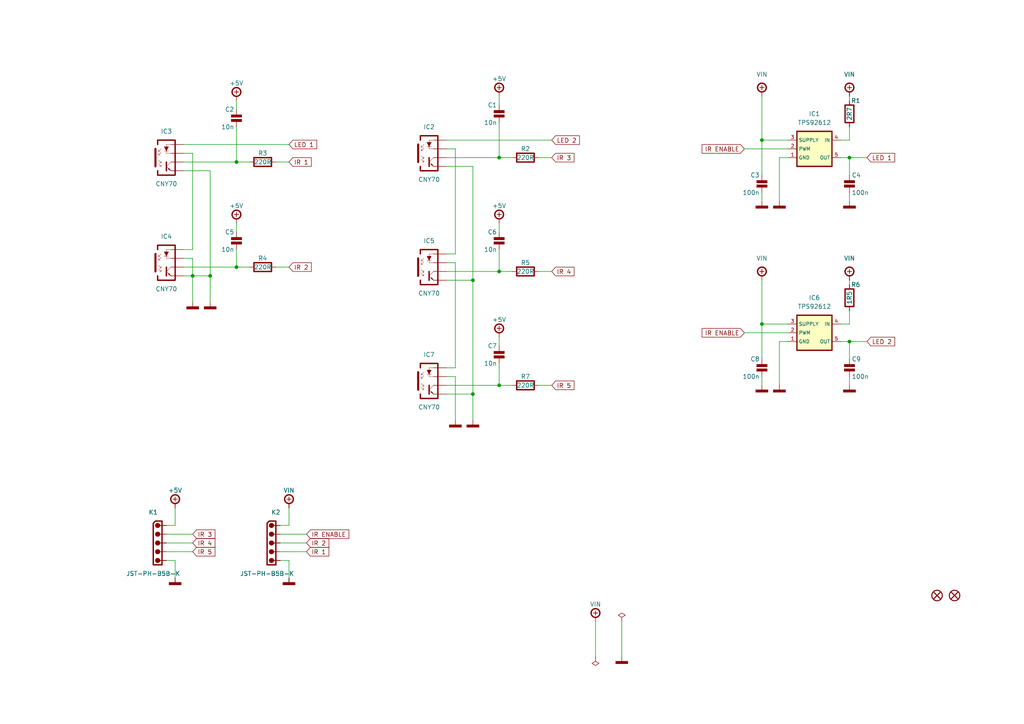
<source format=kicad_sch>
(kicad_sch (version 20210126) (generator eeschema)
  (paper "A4")
  (title_block (title "IR Line Follower") (date "01/2021") (rev "A") (comment 1 "TBOT - IR Line Follower"))
  (lib_symbols
    (symbol "power:PWR_FLAG" (power) (pin_numbers hide) (pin_names (offset 0) hide)
      (property "Value" "PWR_FLAG" (at 0 3.81 0))
      (symbol "PWR_FLAG_0_0"
        (pin power_out line (at 0 0 90) (length 0) (name "pwr") (number "1"))
      )
      (symbol "PWR_FLAG_0_1"
        (polyline (pts (xy 0 0) (xy 0 1.27) (xy -1.016 1.905) (xy 0 2.54) (xy 1.016 1.905) (xy 0 1.27)))
      )
    )
    (symbol "tronixALL:+5V" (power) (pin_numbers hide) (pin_names (offset 0) hide)
      (property "Value" "+5V" (at 0 5.08 0))
      (symbol "+5V_0_1"
        (circle (center 0 2.54) (radius 1.27) (stroke (width 0.4)))
        (polyline (pts (xy 0 1.905) (xy 0 3.175)) (stroke (width 0.2)))
        (polyline (pts (xy -0.635 2.54) (xy 0.635 2.54)) (stroke (width 0.2)))
      )
      (symbol "+5V_1_1"
        (pin power_in line (at 0 0 90) (length 1.27) (name "+5V") (number "1"))
      )
    )
    (symbol "tronixALL:C" (pin_numbers hide) (pin_names (offset 0) hide)
      (property "Reference" "C" (at 0.635 2.54 0))
      (property "Value" "C" (at 0.635 -2.54 0))
      (symbol "C_0_1"
        (rectangle (start -1.524 -0.254) (end 1.524 -1.016) (stroke (width 0.001)) (fill (type outline)))
        (rectangle (start -1.524 1.016) (end 1.524 0.254) (stroke (width 0.001)) (fill (type outline)))
      )
      (symbol "C_1_1"
        (pin passive line (at 0 2.54 270) (length 1.905) (name "~") (number "1"))
        (pin passive line (at 0 -2.54 90) (length 1.905) (name "~") (number "2"))
      )
    )
    (symbol "tronixALL:GND" (power) (pin_numbers hide) (pin_names (offset 0) hide)
      (property "Value" "GND" (at 0 -3.81 0))
      (symbol "GND_0_1"
        (rectangle (start -1.778 -2.032) (end 1.778 -1.27) (stroke (width 0.001)) (fill (type outline)))
      )
      (symbol "GND_1_1"
        (pin power_in line (at 0 0 270) (length 1.27) (name "GND") (number "1"))
      )
    )
    (symbol "tronixALL:JST-PH-B5B-K" (pin_numbers hide) (pin_names (offset 0) hide)
      (property "Reference" "K" (at 0 2.54 0))
      (property "Value" "JST-PH-B5B-K" (at 0 -12.7 0))
      (symbol "JST-PH-B5B-K_0_1"
        (circle (center 0 0) (radius 0.635) (stroke (width 0.2)) (fill (type outline)))
        (circle (center 0 -2.54) (radius 0.635) (stroke (width 0.2)) (fill (type outline)))
        (circle (center 0 -5.08) (radius 0.635) (stroke (width 0.2)) (fill (type outline)))
        (circle (center 0 -7.62) (radius 0.635) (stroke (width 0.2)) (fill (type outline)))
        (circle (center 0 -10.16) (radius 0.635) (stroke (width 0.2)) (fill (type outline)))
        (polyline (pts (xy -1.27 -11.43) (xy 1.27 -11.43) (xy 1.27 0.635) (xy 0.635 1.27) (xy -1.27 1.27) (xy -1.27 -11.43)) (stroke (width 0.4)))
      )
      (symbol "JST-PH-B5B-K_1_1"
        (pin passive line (at -2.54 0 0) (length 1.905) (name "1") (number "1"))
        (pin passive line (at -2.54 -2.54 0) (length 1.905) (name "2") (number "2"))
        (pin passive line (at -2.54 -5.08 0) (length 1.905) (name "3") (number "3"))
        (pin passive line (at -2.54 -7.62 0) (length 1.905) (name "4") (number "4"))
        (pin passive line (at -2.54 -10.16 0) (length 1.905) (name "5") (number "5"))
      )
    )
    (symbol "tronixALL:MOUNTING-HOLE-MASK-3MM" (pin_numbers hide) (pin_names (offset 0) hide) (in_bom no)
      (symbol "MOUNTING-HOLE-MASK-3MM_0_1"
        (circle (center 0 0) (radius 1.524) (stroke (width 0.3)))
        (polyline (pts (xy -1.016 -1.016) (xy 1.016 1.016)) (stroke (width 0.3)))
        (polyline (pts (xy 1.016 -1.016) (xy -1.016 1.016)) (stroke (width 0.3)))
      )
    )
    (symbol "tronixALL:R" (pin_numbers hide) (pin_names (offset 0) hide)
      (property "Reference" "R" (at 2.54 0 90))
      (property "Value" "R" (at 0 0 90))
      (symbol "R_0_1"
        (rectangle (start -1.27 -2.54) (end 1.27 2.54) (stroke (width 0.4)))
      )
      (symbol "R_1_1"
        (pin passive line (at 0 3.81 270) (length 1.27) (name "~") (number "1"))
        (pin passive line (at 0 -3.81 90) (length 1.27) (name "~") (number "2"))
      )
    )
    (symbol "tronixALL:TPS92612" (pin_names (offset 0.5))
      (property "Reference" "IC" (at 0 7.62 0))
      (property "Value" "TPS92612" (at 0 -7.62 0))
      (symbol "TPS92612_0_1"
        (rectangle (start -5.08 5.08) (end 5.08 -5.08) (stroke (width 0.4)) (fill (type background)))
      )
      (symbol "TPS92612_1_1"
        (pin power_in line (at -7.62 2.54 0) (length 2.54) (name "SUPPLY") (number "3"))
        (pin power_in line (at -7.62 -2.54 0) (length 2.54) (name "GND") (number "1"))
        (pin output line (at 7.62 -2.54 180) (length 2.54) (name "OUT") (number "5"))
        (pin input line (at -7.62 0 0) (length 2.54) (name "PWM") (number "2"))
        (pin passive line (at 7.62 2.54 180) (length 2.54) (name "IN") (number "4"))
      )
    )
    (symbol "tronixALL:VIN" (power) (pin_numbers hide) (pin_names (offset 0) hide)
      (property "Value" "VIN" (at 0 5.08 0))
      (symbol "VIN_0_1"
        (circle (center 0 2.54) (radius 1.27) (stroke (width 0.4)))
        (polyline (pts (xy 0 1.905) (xy 0 3.175)) (stroke (width 0.2)))
        (polyline (pts (xy -0.635 2.54) (xy 0.635 2.54)) (stroke (width 0.2)))
      )
      (symbol "VIN_1_1"
        (pin power_in line (at 0 0 90) (length 1.27) (name "VIN") (number "1"))
      )
    )
    (symbol "tronixALL:VISHAY-CNY70" (pin_numbers hide) (pin_names (offset 0) hide)
      (property "Reference" "IC" (at 0 7.62 0))
      (property "Value" "VISHAY-CNY70" (at 0 -7.62 0))
      (symbol "VISHAY-CNY70_0_1"
        (polyline (pts (xy 1.27 3.81) (xy 0 3.81) (xy 0 1.27) (xy 1.27 1.27)) (stroke (width 0.0006)))
        (polyline (pts (xy -0.635 3.175) (xy 0.635 3.175) (xy 0 1.905) (xy -0.635 3.175)) (stroke (width 0.001)) (fill (type outline)))
        (polyline (pts (xy -0.635 1.905) (xy 0.635 1.905)) (stroke (width 0.0006)))
        (polyline (pts (xy 1.27 -1.27) (xy 0 -2.54) (xy 1.27 -3.81)) (stroke (width 0.0006)))
        (polyline (pts (xy 0 -1.27) (xy 0 -3.81)) (stroke (width 0.4)))
        (polyline (pts (xy 1.27 -3.81) (xy 0.762 -3.048) (xy 0.508 -3.302) (xy 1.27 -3.81)) (stroke (width 0.001)) (fill (type outline)))
        (polyline (pts (xy -1.524 -2.54) (xy -2.032 -2.54)) (stroke (width 0.0006)))
        (polyline (pts (xy -1.524 -2.54) (xy -1.524 -2.032)) (stroke (width 0.0006)))
        (polyline (pts (xy -1.524 -1.524) (xy -1.524 -1.016)) (stroke (width 0.0006)))
        (polyline (pts (xy -2.286 -0.762) (xy -1.524 -1.524) (xy -2.032 -1.524)) (stroke (width 0.0006)))
        (polyline (pts (xy -1.524 -2.54) (xy -2.286 -1.778)) (stroke (width 0.0006)))
        (polyline (pts (xy -2.54 -3.81) (xy -2.54 -5.08) (xy 2.54 -5.08) (xy 2.54 5.08) (xy -2.54 5.08) (xy -2.54 3.81)) (stroke (width 0.4)))
        (polyline (pts (xy -3.175 2.54) (xy -3.175 -2.54)) (stroke (width 0.6)))
        (polyline (pts (xy -2.286 2.286) (xy -2.286 1.778) (xy -1.778 1.778)) (stroke (width 0.0006)))
        (polyline (pts (xy -2.286 1.778) (xy -1.524 2.54)) (stroke (width 0.0006)))
        (polyline (pts (xy -2.286 0.762) (xy -1.524 1.524)) (stroke (width 0.0006)))
        (polyline (pts (xy -2.286 1.27) (xy -2.286 0.762) (xy -1.778 0.762)) (stroke (width 0.0006)))
      )
      (symbol "VISHAY-CNY70_1_1"
        (pin passive line (at 5.08 3.81 180) (length 3.81) (name "A") (number "4"))
        (pin passive line (at 5.08 1.27 180) (length 3.81) (name "K") (number "1"))
        (pin open_collector line (at 5.08 -1.27 180) (length 3.81) (name "C") (number "2"))
        (pin open_emitter line (at 5.08 -3.81 180) (length 3.81) (name "E") (number "3"))
      )
    )
    (symbol "tronixALL:VISHAY-CNY70_1" (pin_numbers hide) (pin_names (offset 0) hide)
      (property "Reference" "IC" (at 0 7.62 0))
      (property "Value" "VISHAY-CNY70" (at 0 -7.62 0))
      (symbol "VISHAY-CNY70_1_0_1"
        (polyline (pts (xy 1.27 3.81) (xy 0 3.81) (xy 0 1.27) (xy 1.27 1.27)) (stroke (width 0.0006)))
        (polyline (pts (xy -0.635 3.175) (xy 0.635 3.175) (xy 0 1.905) (xy -0.635 3.175)) (stroke (width 0.001)) (fill (type outline)))
        (polyline (pts (xy -0.635 1.905) (xy 0.635 1.905)) (stroke (width 0.0006)))
        (polyline (pts (xy 1.27 -1.27) (xy 0 -2.54) (xy 1.27 -3.81)) (stroke (width 0.0006)))
        (polyline (pts (xy 0 -1.27) (xy 0 -3.81)) (stroke (width 0.4)))
        (polyline (pts (xy 1.27 -3.81) (xy 0.762 -3.048) (xy 0.508 -3.302) (xy 1.27 -3.81)) (stroke (width 0.001)) (fill (type outline)))
        (polyline (pts (xy -1.524 -2.54) (xy -2.032 -2.54)) (stroke (width 0.0006)))
        (polyline (pts (xy -1.524 -2.54) (xy -1.524 -2.032)) (stroke (width 0.0006)))
        (polyline (pts (xy -1.524 -1.524) (xy -1.524 -1.016)) (stroke (width 0.0006)))
        (polyline (pts (xy -2.286 -0.762) (xy -1.524 -1.524) (xy -2.032 -1.524)) (stroke (width 0.0006)))
        (polyline (pts (xy -1.524 -2.54) (xy -2.286 -1.778)) (stroke (width 0.0006)))
        (polyline (pts (xy -2.54 -3.81) (xy -2.54 -5.08) (xy 2.54 -5.08) (xy 2.54 5.08) (xy -2.54 5.08) (xy -2.54 3.81)) (stroke (width 0.4)))
        (polyline (pts (xy -3.175 2.54) (xy -3.175 -2.54)) (stroke (width 0.6)))
        (polyline (pts (xy -2.286 2.286) (xy -2.286 1.778) (xy -1.778 1.778)) (stroke (width 0.0006)))
        (polyline (pts (xy -2.286 1.778) (xy -1.524 2.54)) (stroke (width 0.0006)))
        (polyline (pts (xy -2.286 0.762) (xy -1.524 1.524)) (stroke (width 0.0006)))
        (polyline (pts (xy -2.286 1.27) (xy -2.286 0.762) (xy -1.778 0.762)) (stroke (width 0.0006)))
      )
      (symbol "VISHAY-CNY70_1_1_1"
        (pin passive line (at 5.08 3.81 180) (length 3.81) (name "A") (number "4"))
        (pin passive line (at 5.08 1.27 180) (length 3.81) (name "K") (number "1"))
        (pin open_collector line (at 5.08 -1.27 180) (length 3.81) (name "C") (number "2"))
        (pin open_emitter line (at 5.08 -3.81 180) (length 3.81) (name "E") (number "3"))
      )
    )
    (symbol "tronixALL:VISHAY-CNY70_2" (pin_numbers hide) (pin_names (offset 0) hide)
      (property "Reference" "IC" (at 0 7.62 0))
      (property "Value" "VISHAY-CNY70" (at 0 -7.62 0))
      (symbol "VISHAY-CNY70_2_0_1"
        (polyline (pts (xy 1.27 3.81) (xy 0 3.81) (xy 0 1.27) (xy 1.27 1.27)) (stroke (width 0.0006)))
        (polyline (pts (xy -0.635 3.175) (xy 0.635 3.175) (xy 0 1.905) (xy -0.635 3.175)) (stroke (width 0.001)) (fill (type outline)))
        (polyline (pts (xy -0.635 1.905) (xy 0.635 1.905)) (stroke (width 0.0006)))
        (polyline (pts (xy 1.27 -1.27) (xy 0 -2.54) (xy 1.27 -3.81)) (stroke (width 0.0006)))
        (polyline (pts (xy 0 -1.27) (xy 0 -3.81)) (stroke (width 0.4)))
        (polyline (pts (xy 1.27 -3.81) (xy 0.762 -3.048) (xy 0.508 -3.302) (xy 1.27 -3.81)) (stroke (width 0.001)) (fill (type outline)))
        (polyline (pts (xy -1.524 -2.54) (xy -2.032 -2.54)) (stroke (width 0.0006)))
        (polyline (pts (xy -1.524 -2.54) (xy -1.524 -2.032)) (stroke (width 0.0006)))
        (polyline (pts (xy -1.524 -1.524) (xy -1.524 -1.016)) (stroke (width 0.0006)))
        (polyline (pts (xy -2.286 -0.762) (xy -1.524 -1.524) (xy -2.032 -1.524)) (stroke (width 0.0006)))
        (polyline (pts (xy -1.524 -2.54) (xy -2.286 -1.778)) (stroke (width 0.0006)))
        (polyline (pts (xy -2.54 -3.81) (xy -2.54 -5.08) (xy 2.54 -5.08) (xy 2.54 5.08) (xy -2.54 5.08) (xy -2.54 3.81)) (stroke (width 0.4)))
        (polyline (pts (xy -3.175 2.54) (xy -3.175 -2.54)) (stroke (width 0.6)))
        (polyline (pts (xy -2.286 2.286) (xy -2.286 1.778) (xy -1.778 1.778)) (stroke (width 0.0006)))
        (polyline (pts (xy -2.286 1.778) (xy -1.524 2.54)) (stroke (width 0.0006)))
        (polyline (pts (xy -2.286 0.762) (xy -1.524 1.524)) (stroke (width 0.0006)))
        (polyline (pts (xy -2.286 1.27) (xy -2.286 0.762) (xy -1.778 0.762)) (stroke (width 0.0006)))
      )
      (symbol "VISHAY-CNY70_2_1_1"
        (pin passive line (at 5.08 3.81 180) (length 3.81) (name "A") (number "4"))
        (pin passive line (at 5.08 1.27 180) (length 3.81) (name "K") (number "1"))
        (pin open_collector line (at 5.08 -1.27 180) (length 3.81) (name "C") (number "2"))
        (pin open_emitter line (at 5.08 -3.81 180) (length 3.81) (name "E") (number "3"))
      )
    )
    (symbol "tronixALL:VISHAY-CNY70_3" (pin_numbers hide) (pin_names (offset 0) hide)
      (property "Reference" "IC" (at 0 7.62 0))
      (property "Value" "VISHAY-CNY70" (at 0 -7.62 0))
      (symbol "VISHAY-CNY70_3_0_1"
        (polyline (pts (xy 1.27 3.81) (xy 0 3.81) (xy 0 1.27) (xy 1.27 1.27)) (stroke (width 0.0006)))
        (polyline (pts (xy -0.635 3.175) (xy 0.635 3.175) (xy 0 1.905) (xy -0.635 3.175)) (stroke (width 0.001)) (fill (type outline)))
        (polyline (pts (xy -0.635 1.905) (xy 0.635 1.905)) (stroke (width 0.0006)))
        (polyline (pts (xy 1.27 -1.27) (xy 0 -2.54) (xy 1.27 -3.81)) (stroke (width 0.0006)))
        (polyline (pts (xy 0 -1.27) (xy 0 -3.81)) (stroke (width 0.4)))
        (polyline (pts (xy 1.27 -3.81) (xy 0.762 -3.048) (xy 0.508 -3.302) (xy 1.27 -3.81)) (stroke (width 0.001)) (fill (type outline)))
        (polyline (pts (xy -1.524 -2.54) (xy -2.032 -2.54)) (stroke (width 0.0006)))
        (polyline (pts (xy -1.524 -2.54) (xy -1.524 -2.032)) (stroke (width 0.0006)))
        (polyline (pts (xy -1.524 -1.524) (xy -1.524 -1.016)) (stroke (width 0.0006)))
        (polyline (pts (xy -2.286 -0.762) (xy -1.524 -1.524) (xy -2.032 -1.524)) (stroke (width 0.0006)))
        (polyline (pts (xy -1.524 -2.54) (xy -2.286 -1.778)) (stroke (width 0.0006)))
        (polyline (pts (xy -2.54 -3.81) (xy -2.54 -5.08) (xy 2.54 -5.08) (xy 2.54 5.08) (xy -2.54 5.08) (xy -2.54 3.81)) (stroke (width 0.4)))
        (polyline (pts (xy -3.175 2.54) (xy -3.175 -2.54)) (stroke (width 0.6)))
        (polyline (pts (xy -2.286 2.286) (xy -2.286 1.778) (xy -1.778 1.778)) (stroke (width 0.0006)))
        (polyline (pts (xy -2.286 1.778) (xy -1.524 2.54)) (stroke (width 0.0006)))
        (polyline (pts (xy -2.286 0.762) (xy -1.524 1.524)) (stroke (width 0.0006)))
        (polyline (pts (xy -2.286 1.27) (xy -2.286 0.762) (xy -1.778 0.762)) (stroke (width 0.0006)))
      )
      (symbol "VISHAY-CNY70_3_1_1"
        (pin passive line (at 5.08 3.81 180) (length 3.81) (name "A") (number "4"))
        (pin passive line (at 5.08 1.27 180) (length 3.81) (name "K") (number "1"))
        (pin open_collector line (at 5.08 -1.27 180) (length 3.81) (name "C") (number "2"))
        (pin open_emitter line (at 5.08 -3.81 180) (length 3.81) (name "E") (number "3"))
      )
    )
    (symbol "tronixALL:VISHAY-CNY70_4" (pin_numbers hide) (pin_names (offset 0) hide)
      (property "Reference" "IC" (at 0 7.62 0))
      (property "Value" "VISHAY-CNY70" (at 0 -7.62 0))
      (symbol "VISHAY-CNY70_4_0_1"
        (polyline (pts (xy 1.27 3.81) (xy 0 3.81) (xy 0 1.27) (xy 1.27 1.27)) (stroke (width 0.0006)))
        (polyline (pts (xy -0.635 3.175) (xy 0.635 3.175) (xy 0 1.905) (xy -0.635 3.175)) (stroke (width 0.001)) (fill (type outline)))
        (polyline (pts (xy -0.635 1.905) (xy 0.635 1.905)) (stroke (width 0.0006)))
        (polyline (pts (xy 1.27 -1.27) (xy 0 -2.54) (xy 1.27 -3.81)) (stroke (width 0.0006)))
        (polyline (pts (xy 0 -1.27) (xy 0 -3.81)) (stroke (width 0.4)))
        (polyline (pts (xy 1.27 -3.81) (xy 0.762 -3.048) (xy 0.508 -3.302) (xy 1.27 -3.81)) (stroke (width 0.001)) (fill (type outline)))
        (polyline (pts (xy -1.524 -2.54) (xy -2.032 -2.54)) (stroke (width 0.0006)))
        (polyline (pts (xy -1.524 -2.54) (xy -1.524 -2.032)) (stroke (width 0.0006)))
        (polyline (pts (xy -1.524 -1.524) (xy -1.524 -1.016)) (stroke (width 0.0006)))
        (polyline (pts (xy -2.286 -0.762) (xy -1.524 -1.524) (xy -2.032 -1.524)) (stroke (width 0.0006)))
        (polyline (pts (xy -1.524 -2.54) (xy -2.286 -1.778)) (stroke (width 0.0006)))
        (polyline (pts (xy -2.54 -3.81) (xy -2.54 -5.08) (xy 2.54 -5.08) (xy 2.54 5.08) (xy -2.54 5.08) (xy -2.54 3.81)) (stroke (width 0.4)))
        (polyline (pts (xy -3.175 2.54) (xy -3.175 -2.54)) (stroke (width 0.6)))
        (polyline (pts (xy -2.286 2.286) (xy -2.286 1.778) (xy -1.778 1.778)) (stroke (width 0.0006)))
        (polyline (pts (xy -2.286 1.778) (xy -1.524 2.54)) (stroke (width 0.0006)))
        (polyline (pts (xy -2.286 0.762) (xy -1.524 1.524)) (stroke (width 0.0006)))
        (polyline (pts (xy -2.286 1.27) (xy -2.286 0.762) (xy -1.778 0.762)) (stroke (width 0.0006)))
      )
      (symbol "VISHAY-CNY70_4_1_1"
        (pin passive line (at 5.08 3.81 180) (length 3.81) (name "A") (number "4"))
        (pin passive line (at 5.08 1.27 180) (length 3.81) (name "K") (number "1"))
        (pin open_collector line (at 5.08 -1.27 180) (length 3.81) (name "C") (number "2"))
        (pin open_emitter line (at 5.08 -3.81 180) (length 3.81) (name "E") (number "3"))
      )
    )
  )
  (junction (at 55.88 80.01) (diameter 0.9144))
  (junction (at 60.96 80.01) (diameter 0.9144))
  (junction (at 68.58 46.99) (diameter 0.9144))
  (junction (at 68.58 77.47) (diameter 0.9144))
  (junction (at 137.16 81.28) (diameter 0.9144))
  (junction (at 137.16 114.3) (diameter 0.9144))
  (junction (at 144.78 45.72) (diameter 0.9144))
  (junction (at 144.78 78.74) (diameter 0.9144))
  (junction (at 144.78 111.76) (diameter 0.9144))
  (junction (at 220.98 40.64) (diameter 0.9144))
  (junction (at 220.98 93.98) (diameter 0.9144))
  (junction (at 246.38 45.72) (diameter 0.9144))
  (junction (at 246.38 99.06) (diameter 0.9144))
  (wire (pts (xy 48.26 152.4) (xy 50.8 152.4)))
  (wire (pts (xy 48.26 154.94) (xy 55.88 154.94)))
  (wire (pts (xy 48.26 157.48) (xy 55.88 157.48)))
  (wire (pts (xy 48.26 160.02) (xy 55.88 160.02)))
  (wire (pts (xy 48.26 162.56) (xy 50.8 162.56)))
  (wire (pts (xy 50.8 152.4) (xy 50.8 147.32)))
  (wire (pts (xy 50.8 162.56) (xy 50.8 167.64)))
  (wire (pts (xy 53.34 41.91) (xy 83.82 41.91)))
  (wire (pts (xy 53.34 44.45) (xy 55.88 44.45)))
  (wire (pts (xy 53.34 46.99) (xy 68.58 46.99)))
  (wire (pts (xy 53.34 49.53) (xy 60.96 49.53)))
  (wire (pts (xy 53.34 74.93) (xy 55.88 74.93)))
  (wire (pts (xy 53.34 77.47) (xy 68.58 77.47)))
  (wire (pts (xy 53.34 80.01) (xy 55.88 80.01)))
  (wire (pts (xy 55.88 44.45) (xy 55.88 72.39)))
  (wire (pts (xy 55.88 72.39) (xy 53.34 72.39)))
  (wire (pts (xy 55.88 74.93) (xy 55.88 80.01)))
  (wire (pts (xy 55.88 80.01) (xy 55.88 87.63)))
  (wire (pts (xy 55.88 80.01) (xy 60.96 80.01)))
  (wire (pts (xy 60.96 49.53) (xy 60.96 80.01)))
  (wire (pts (xy 60.96 80.01) (xy 60.96 87.63)))
  (wire (pts (xy 68.58 29.21) (xy 68.58 31.75)))
  (wire (pts (xy 68.58 36.83) (xy 68.58 46.99)))
  (wire (pts (xy 68.58 46.99) (xy 72.39 46.99)))
  (wire (pts (xy 68.58 64.77) (xy 68.58 67.31)))
  (wire (pts (xy 68.58 72.39) (xy 68.58 77.47)))
  (wire (pts (xy 68.58 77.47) (xy 72.39 77.47)))
  (wire (pts (xy 80.01 46.99) (xy 83.82 46.99)))
  (wire (pts (xy 80.01 77.47) (xy 83.82 77.47)))
  (wire (pts (xy 81.28 152.4) (xy 83.82 152.4)))
  (wire (pts (xy 81.28 154.94) (xy 88.9 154.94)))
  (wire (pts (xy 81.28 157.48) (xy 88.9 157.48)))
  (wire (pts (xy 81.28 160.02) (xy 88.9 160.02)))
  (wire (pts (xy 81.28 162.56) (xy 83.82 162.56)))
  (wire (pts (xy 83.82 152.4) (xy 83.82 147.32)))
  (wire (pts (xy 83.82 162.56) (xy 83.82 167.64)))
  (wire (pts (xy 129.54 40.64) (xy 160.02 40.64)))
  (wire (pts (xy 129.54 43.18) (xy 132.08 43.18)))
  (wire (pts (xy 129.54 45.72) (xy 144.78 45.72)))
  (wire (pts (xy 129.54 48.26) (xy 137.16 48.26)))
  (wire (pts (xy 129.54 76.2) (xy 132.08 76.2)))
  (wire (pts (xy 129.54 78.74) (xy 144.78 78.74)))
  (wire (pts (xy 129.54 81.28) (xy 137.16 81.28)))
  (wire (pts (xy 129.54 109.22) (xy 132.08 109.22)))
  (wire (pts (xy 129.54 111.76) (xy 144.78 111.76)))
  (wire (pts (xy 129.54 114.3) (xy 137.16 114.3)))
  (wire (pts (xy 132.08 43.18) (xy 132.08 73.66)))
  (wire (pts (xy 132.08 73.66) (xy 129.54 73.66)))
  (wire (pts (xy 132.08 76.2) (xy 132.08 106.68)))
  (wire (pts (xy 132.08 106.68) (xy 129.54 106.68)))
  (wire (pts (xy 132.08 109.22) (xy 132.08 121.92)))
  (wire (pts (xy 137.16 48.26) (xy 137.16 81.28)))
  (wire (pts (xy 137.16 81.28) (xy 137.16 114.3)))
  (wire (pts (xy 137.16 114.3) (xy 137.16 121.92)))
  (wire (pts (xy 144.78 27.94) (xy 144.78 30.48)))
  (wire (pts (xy 144.78 35.56) (xy 144.78 45.72)))
  (wire (pts (xy 144.78 45.72) (xy 148.59 45.72)))
  (wire (pts (xy 144.78 64.77) (xy 144.78 67.31)))
  (wire (pts (xy 144.78 72.39) (xy 144.78 78.74)))
  (wire (pts (xy 144.78 78.74) (xy 148.59 78.74)))
  (wire (pts (xy 144.78 97.79) (xy 144.78 100.33)))
  (wire (pts (xy 144.78 105.41) (xy 144.78 111.76)))
  (wire (pts (xy 144.78 111.76) (xy 148.59 111.76)))
  (wire (pts (xy 156.21 45.72) (xy 160.02 45.72)))
  (wire (pts (xy 156.21 78.74) (xy 160.02 78.74)))
  (wire (pts (xy 156.21 111.76) (xy 160.02 111.76)))
  (wire (pts (xy 172.72 180.34) (xy 172.72 190.5)))
  (wire (pts (xy 180.34 180.34) (xy 180.34 190.5)))
  (wire (pts (xy 215.9 43.18) (xy 228.6 43.18)))
  (wire (pts (xy 215.9 96.52) (xy 228.6 96.52)))
  (wire (pts (xy 220.98 27.94) (xy 220.98 40.64)))
  (wire (pts (xy 220.98 40.64) (xy 220.98 50.8)))
  (wire (pts (xy 220.98 40.64) (xy 228.6 40.64)))
  (wire (pts (xy 220.98 55.88) (xy 220.98 58.42)))
  (wire (pts (xy 220.98 81.28) (xy 220.98 93.98)))
  (wire (pts (xy 220.98 93.98) (xy 220.98 104.14)))
  (wire (pts (xy 220.98 93.98) (xy 228.6 93.98)))
  (wire (pts (xy 220.98 109.22) (xy 220.98 111.76)))
  (wire (pts (xy 226.06 45.72) (xy 226.06 58.42)))
  (wire (pts (xy 226.06 99.06) (xy 226.06 111.76)))
  (wire (pts (xy 228.6 45.72) (xy 226.06 45.72)))
  (wire (pts (xy 228.6 99.06) (xy 226.06 99.06)))
  (wire (pts (xy 243.84 40.64) (xy 246.38 40.64)))
  (wire (pts (xy 243.84 45.72) (xy 246.38 45.72)))
  (wire (pts (xy 243.84 93.98) (xy 246.38 93.98)))
  (wire (pts (xy 243.84 99.06) (xy 246.38 99.06)))
  (wire (pts (xy 246.38 27.94) (xy 246.38 29.21)))
  (wire (pts (xy 246.38 40.64) (xy 246.38 36.83)))
  (wire (pts (xy 246.38 45.72) (xy 246.38 50.8)))
  (wire (pts (xy 246.38 45.72) (xy 251.46 45.72)))
  (wire (pts (xy 246.38 55.88) (xy 246.38 58.42)))
  (wire (pts (xy 246.38 81.28) (xy 246.38 82.55)))
  (wire (pts (xy 246.38 93.98) (xy 246.38 90.17)))
  (wire (pts (xy 246.38 99.06) (xy 246.38 104.14)))
  (wire (pts (xy 246.38 99.06) (xy 251.46 99.06)))
  (wire (pts (xy 246.38 109.22) (xy 246.38 111.76)))
  (global_label "IR 3" (shape input) (at 55.88 154.94 0) (property "Intersheet References" "${INTERSHEET_REFS}" (effects hide)))
  (global_label "IR 4" (shape input) (at 55.88 157.48 0) (property "Intersheet References" "${INTERSHEET_REFS}" (effects hide)))
  (global_label "IR 5" (shape input) (at 55.88 160.02 0) (property "Intersheet References" "${INTERSHEET_REFS}" (effects hide)))
  (global_label "LED 1" (shape input) (at 83.82 41.91 0) (property "Intersheet References" "${INTERSHEET_REFS}" (effects hide)))
  (global_label "IR 1" (shape input) (at 83.82 46.99 0) (property "Intersheet References" "${INTERSHEET_REFS}" (effects hide)))
  (global_label "IR 2" (shape input) (at 83.82 77.47 0) (property "Intersheet References" "${INTERSHEET_REFS}" (effects hide)))
  (global_label "IR ENABLE" (shape input) (at 88.9 154.94 0) (property "Intersheet References" "${INTERSHEET_REFS}" (effects hide)))
  (global_label "IR 2" (shape input) (at 88.9 157.48 0) (property "Intersheet References" "${INTERSHEET_REFS}" (effects hide)))
  (global_label "IR 1" (shape input) (at 88.9 160.02 0) (property "Intersheet References" "${INTERSHEET_REFS}" (effects hide)))
  (global_label "LED 2" (shape input) (at 160.02 40.64 0) (property "Intersheet References" "${INTERSHEET_REFS}" (effects hide)))
  (global_label "IR 3" (shape input) (at 160.02 45.72 0) (property "Intersheet References" "${INTERSHEET_REFS}" (effects hide)))
  (global_label "IR 4" (shape input) (at 160.02 78.74 0) (property "Intersheet References" "${INTERSHEET_REFS}" (effects hide)))
  (global_label "IR 5" (shape input) (at 160.02 111.76 0) (property "Intersheet References" "${INTERSHEET_REFS}" (effects hide)))
  (global_label "IR ENABLE" (shape input) (at 215.9 43.18 180) (property "Intersheet References" "${INTERSHEET_REFS}" (effects hide)))
  (global_label "IR ENABLE" (shape input) (at 215.9 96.52 180) (property "Intersheet References" "${INTERSHEET_REFS}" (effects hide)))
  (global_label "LED 1" (shape input) (at 251.46 45.72 0) (property "Intersheet References" "${INTERSHEET_REFS}" (effects hide)))
  (global_label "LED 2" (shape input) (at 251.46 99.06 0) (property "Intersheet References" "${INTERSHEET_REFS}" (effects hide)))
  (symbol (lib_id "power:PWR_FLAG") (at 172.72 190.5 180) (unit 1)
    (property "Reference" "#FLG02" (effects hide))
    (property "Value" "PWR_FLAG" (effects hide))
  )
  (symbol (lib_id "power:PWR_FLAG") (at 180.34 180.34 0) (unit 1)
    (property "Reference" "#FLG01" (effects hide))
    (property "Value" "PWR_FLAG" (effects hide))
  )
  (symbol (lib_id "tronixALL:GND") (at 50.8 167.64 0) (unit 1)
    (property "Reference" "#PWR022" (effects hide))
    (property "Value" "GND" (effects hide))
  )
  (symbol (lib_id "tronixALL:GND") (at 55.88 87.63 0) (unit 1)
    (property "Reference" "#PWR012" (effects hide))
    (property "Value" "GND" (effects hide))
  )
  (symbol (lib_id "tronixALL:GND") (at 60.96 87.63 0) (unit 1)
    (property "Reference" "#PWR013" (effects hide))
    (property "Value" "GND" (effects hide))
  )
  (symbol (lib_id "tronixALL:GND") (at 83.82 167.64 0) (unit 1)
    (property "Reference" "#PWR023" (effects hide))
    (property "Value" "GND" (effects hide))
  )
  (symbol (lib_id "tronixALL:GND") (at 132.08 121.92 0) (unit 1)
    (property "Reference" "#PWR018" (effects hide))
    (property "Value" "GND" (effects hide))
  )
  (symbol (lib_id "tronixALL:GND") (at 137.16 121.92 0) (unit 1)
    (property "Reference" "#PWR019" (effects hide))
    (property "Value" "GND" (effects hide))
  )
  (symbol (lib_id "tronixALL:GND") (at 180.34 190.5 0) (unit 1)
    (property "Reference" "#PWR025" (effects hide))
    (property "Value" "GND" (effects hide))
  )
  (symbol (lib_id "tronixALL:GND") (at 220.98 58.42 0) (unit 1)
    (property "Reference" "#PWR05" (effects hide))
    (property "Value" "GND" (effects hide))
  )
  (symbol (lib_id "tronixALL:GND") (at 220.98 111.76 0) (unit 1)
    (property "Reference" "#PWR015" (effects hide))
    (property "Value" "GND" (effects hide))
  )
  (symbol (lib_id "tronixALL:GND") (at 226.06 58.42 0) (unit 1)
    (property "Reference" "#PWR06" (effects hide))
    (property "Value" "GND" (effects hide))
  )
  (symbol (lib_id "tronixALL:GND") (at 226.06 111.76 0) (unit 1)
    (property "Reference" "#PWR016" (effects hide))
    (property "Value" "GND" (effects hide))
  )
  (symbol (lib_id "tronixALL:GND") (at 246.38 58.42 0) (unit 1)
    (property "Reference" "#PWR07" (effects hide))
    (property "Value" "GND" (effects hide))
  )
  (symbol (lib_id "tronixALL:GND") (at 246.38 111.76 0) (unit 1)
    (property "Reference" "#PWR017" (effects hide))
    (property "Value" "GND" (effects hide))
  )
  (symbol (lib_id "tronixALL:MOUNTING-HOLE-MASK-3MM") (at 271.78 172.72 0) (unit 1)
    (property "Reference" "H1" (effects hide))
    (property "Value" "MOUNTING-HOLE-MASK-3MM" (effects hide))
    (property "Footprint" "tronixALL:M3-MASK" (effects hide))
  )
  (symbol (lib_id "tronixALL:MOUNTING-HOLE-MASK-3MM") (at 276.86 172.72 0) (unit 1)
    (property "Reference" "H2" (effects hide))
    (property "Value" "MOUNTING-HOLE-MASK-3MM" (effects hide))
    (property "Footprint" "tronixALL:M3-MASK" (effects hide))
  )
  (symbol (lib_id "tronixALL:+5V") (at 50.8 147.32 0) (unit 1)
    (property "Reference" "#PWR020" (effects hide))
    (property "Value" "+5V" (at 50.8 142.24 0))
  )
  (symbol (lib_id "tronixALL:+5V") (at 68.58 29.21 0) (unit 1)
    (property "Reference" "#PWR04" (effects hide))
    (property "Value" "+5V" (at 68.58 24.13 0))
  )
  (symbol (lib_id "tronixALL:+5V") (at 68.58 64.77 0) (unit 1)
    (property "Reference" "#PWR08" (effects hide))
    (property "Value" "+5V" (at 68.58 59.69 0))
  )
  (symbol (lib_id "tronixALL:VIN") (at 83.82 147.32 0) (unit 1)
    (property "Reference" "#PWR021" (effects hide))
    (property "Value" "VIN" (at 83.82 142.24 0))
  )
  (symbol (lib_id "tronixALL:+5V") (at 144.78 27.94 0) (unit 1)
    (property "Reference" "#PWR01" (effects hide))
    (property "Value" "+5V" (at 144.78 22.86 0))
  )
  (symbol (lib_id "tronixALL:+5V") (at 144.78 64.77 0) (unit 1)
    (property "Reference" "#PWR09" (effects hide))
    (property "Value" "+5V" (at 144.78 59.69 0))
  )
  (symbol (lib_id "tronixALL:+5V") (at 144.78 97.79 0) (unit 1)
    (property "Reference" "#PWR014" (effects hide))
    (property "Value" "+5V" (at 144.78 92.71 0))
  )
  (symbol (lib_id "tronixALL:VIN") (at 172.72 180.34 0) (unit 1)
    (property "Reference" "#PWR024" (effects hide))
    (property "Value" "VIN" (at 172.72 175.26 0))
  )
  (symbol (lib_id "tronixALL:VIN") (at 220.98 27.94 0) (unit 1)
    (property "Reference" "#PWR02" (effects hide))
    (property "Value" "VIN" (at 220.98 21.59 0))
  )
  (symbol (lib_id "tronixALL:VIN") (at 220.98 81.28 0) (unit 1)
    (property "Reference" "#PWR010" (effects hide))
    (property "Value" "VIN" (at 220.98 74.93 0))
  )
  (symbol (lib_id "tronixALL:VIN") (at 246.38 27.94 0) (unit 1)
    (property "Reference" "#PWR03" (effects hide))
    (property "Value" "VIN" (at 246.38 21.59 0))
  )
  (symbol (lib_id "tronixALL:VIN") (at 246.38 81.28 0) (unit 1)
    (property "Reference" "#PWR011" (effects hide))
    (property "Value" "VIN" (at 246.38 74.93 0))
  )
  (symbol (lib_id "tronixALL:C") (at 68.58 34.29 0) (unit 1)
    (property "Reference" "C2" (at 67.945 31.75 0) (effects (justify right)))
    (property "Value" "10n" (at 67.945 36.83 0) (effects (justify right)))
    (property "Footprint" "tronixALL:CAPACITOR-1206" (effects hide))
  )
  (symbol (lib_id "tronixALL:C") (at 68.58 69.85 0) (unit 1)
    (property "Reference" "C5" (at 67.945 67.31 0) (effects (justify right)))
    (property "Value" "10n" (at 67.945 72.39 0) (effects (justify right)))
    (property "Footprint" "tronixALL:CAPACITOR-1206" (effects hide))
  )
  (symbol (lib_id "tronixALL:C") (at 144.78 33.02 0) (unit 1)
    (property "Reference" "C1" (at 144.145 30.48 0) (effects (justify right)))
    (property "Value" "10n" (at 144.145 35.56 0) (effects (justify right)))
    (property "Footprint" "tronixALL:CAPACITOR-1206" (effects hide))
  )
  (symbol (lib_id "tronixALL:C") (at 144.78 69.85 0) (unit 1)
    (property "Reference" "C6" (at 144.145 67.31 0) (effects (justify right)))
    (property "Value" "10n" (at 144.145 72.39 0) (effects (justify right)))
    (property "Footprint" "tronixALL:CAPACITOR-1206" (effects hide))
  )
  (symbol (lib_id "tronixALL:C") (at 144.78 102.87 0) (unit 1)
    (property "Reference" "C7" (at 144.145 100.33 0) (effects (justify right)))
    (property "Value" "10n" (at 144.145 105.41 0) (effects (justify right)))
    (property "Footprint" "tronixALL:CAPACITOR-1206" (effects hide))
  )
  (symbol (lib_id "tronixALL:C") (at 220.98 53.34 0) (unit 1)
    (property "Reference" "C3" (at 220.345 50.8 0) (effects (justify right)))
    (property "Value" "100n" (at 220.345 55.88 0) (effects (justify right)))
    (property "Footprint" "tronixALL:CAPACITOR-1206" (effects hide))
  )
  (symbol (lib_id "tronixALL:C") (at 220.98 106.68 0) (unit 1)
    (property "Reference" "C8" (at 220.345 104.14 0) (effects (justify right)))
    (property "Value" "100n" (at 220.345 109.22 0) (effects (justify right)))
    (property "Footprint" "tronixALL:CAPACITOR-1206" (effects hide))
  )
  (symbol (lib_id "tronixALL:C") (at 246.38 53.34 0) (unit 1)
    (property "Reference" "C4" (at 247.015 50.8 0) (effects (justify left)))
    (property "Value" "100n" (at 247.015 55.88 0) (effects (justify left)))
    (property "Footprint" "tronixALL:CAPACITOR-1206" (effects hide))
  )
  (symbol (lib_id "tronixALL:C") (at 246.38 106.68 0) (unit 1)
    (property "Reference" "C9" (at 247.015 104.14 0) (effects (justify left)))
    (property "Value" "100n" (at 247.015 109.22 0) (effects (justify left)))
    (property "Footprint" "tronixALL:CAPACITOR-1206" (effects hide))
  )
  (symbol (lib_id "tronixALL:R") (at 76.2 46.99 90) (unit 1)
    (property "Reference" "R3" (at 76.2 44.45 90))
    (property "Value" "220R" (at 76.2 46.99 90))
    (property "Footprint" "tronixALL:RESISTOR-1206" (effects hide))
  )
  (symbol (lib_id "tronixALL:R") (at 76.2 77.47 90) (unit 1)
    (property "Reference" "R4" (at 76.2 74.93 90))
    (property "Value" "220R" (at 76.2 77.47 90))
    (property "Footprint" "tronixALL:RESISTOR-1206" (effects hide))
  )
  (symbol (lib_id "tronixALL:R") (at 152.4 45.72 90) (unit 1)
    (property "Reference" "R2" (at 152.4 43.18 90))
    (property "Value" "220R" (at 152.4 45.72 90))
    (property "Footprint" "tronixALL:RESISTOR-1206" (effects hide))
  )
  (symbol (lib_id "tronixALL:R") (at 152.4 78.74 90) (unit 1)
    (property "Reference" "R5" (at 152.4 76.2 90))
    (property "Value" "220R" (at 152.4 78.74 90))
    (property "Footprint" "tronixALL:RESISTOR-1206" (effects hide))
  )
  (symbol (lib_id "tronixALL:R") (at 152.4 111.76 90) (unit 1)
    (property "Reference" "R7" (at 152.4 109.22 90))
    (property "Value" "220R" (at 152.4 111.76 90))
    (property "Footprint" "tronixALL:RESISTOR-1206" (effects hide))
  )
  (symbol (lib_id "tronixALL:R") (at 246.38 33.02 180) (unit 1)
    (property "Reference" "R1" (at 249.555 29.21 0) (effects (justify left)))
    (property "Value" "2R7" (at 246.38 33.02 90))
    (property "Footprint" "tronixALL:RESISTOR-1206" (effects hide))
  )
  (symbol (lib_id "tronixALL:R") (at 246.38 86.36 180) (unit 1)
    (property "Reference" "R6" (at 249.555 82.55 0) (effects (justify left)))
    (property "Value" "1R5" (at 246.38 86.36 90))
    (property "Footprint" "tronixALL:RESISTOR-1206" (effects hide))
  )
  (symbol (lib_id "tronixALL:JST-PH-B5B-K") (at 45.72 152.4 0) (mirror y) (unit 1)
    (property "Reference" "K1" (at 44.45 148.59 0))
    (property "Value" "JST-PH-B5B-K" (at 44.45 166.37 0))
    (property "Footprint" "tronixALL:JST-PH-B5B-K" (effects hide))
    (property "Datasheet" "https://www.jst-mfg.com/product/pdf/eng/ePH.pdf?603fef265f00b" (effects hide))
  )
  (symbol (lib_id "tronixALL:JST-PH-B5B-K") (at 78.74 152.4 0) (mirror y) (unit 1)
    (property "Reference" "K2" (at 80.01 148.59 0))
    (property "Value" "JST-PH-B5B-K" (at 77.47 166.37 0))
    (property "Footprint" "tronixALL:JST-PH-B5B-K" (effects hide))
    (property "Datasheet" "https://www.jst-mfg.com/product/pdf/eng/ePH.pdf?603fef265f00b" (effects hide))
  )
  (symbol (lib_name "tronixALL:VISHAY-CNY70_4") (lib_id "tronixALL:VISHAY-CNY70") (at 48.26 45.72 0) (unit 1)
    (property "Reference" "IC3" (at 48.26 38.1 0))
    (property "Value" "CNY70" (at 48.26 53.34 0))
    (property "Footprint" "tronixALL:VISHAY-CNY70" (effects hide))
    (property "Datasheet" "https://www.vishay.com/product?docid=83751" (effects hide))
  )
  (symbol (lib_id "tronixALL:VISHAY-CNY70") (at 48.26 76.2 0) (unit 1)
    (property "Reference" "IC4" (at 48.26 68.58 0))
    (property "Value" "CNY70" (at 48.26 83.82 0))
    (property "Footprint" "tronixALL:VISHAY-CNY70" (effects hide))
    (property "Datasheet" "https://www.vishay.com/product?docid=83751" (effects hide))
  )
  (symbol (lib_name "tronixALL:VISHAY-CNY70_3") (lib_id "tronixALL:VISHAY-CNY70") (at 124.46 44.45 0) (unit 1)
    (property "Reference" "IC2" (at 124.46 36.83 0))
    (property "Value" "CNY70" (at 124.46 52.07 0))
    (property "Footprint" "tronixALL:VISHAY-CNY70" (effects hide))
    (property "Datasheet" "https://www.vishay.com/product?docid=83751" (effects hide))
  )
  (symbol (lib_name "tronixALL:VISHAY-CNY70_2") (lib_id "tronixALL:VISHAY-CNY70") (at 124.46 77.47 0) (unit 1)
    (property "Reference" "IC5" (at 124.46 69.85 0))
    (property "Value" "CNY70" (at 124.46 85.09 0))
    (property "Footprint" "tronixALL:VISHAY-CNY70" (effects hide))
    (property "Datasheet" "https://www.vishay.com/product?docid=83751" (effects hide))
  )
  (symbol (lib_name "tronixALL:VISHAY-CNY70_1") (lib_id "tronixALL:VISHAY-CNY70") (at 124.46 110.49 0) (unit 1)
    (property "Reference" "IC7" (at 124.46 102.87 0))
    (property "Value" "CNY70" (at 124.46 118.11 0))
    (property "Footprint" "tronixALL:VISHAY-CNY70" (effects hide))
    (property "Datasheet" "https://www.vishay.com/product?docid=83751" (effects hide))
  )
  (symbol (lib_id "tronixALL:TPS92612") (at 236.22 43.18 0) (unit 1)
    (property "Reference" "IC1" (at 236.22 33.02 0))
    (property "Value" "TPS92612" (at 236.22 35.56 0))
    (property "Footprint" "tronixALL:SOT-23-5" (effects hide))
    (property "Datasheet" "https://www.ti.com/product/TPS92612-Q1" (effects hide))
  )
  (symbol (lib_id "tronixALL:TPS92612") (at 236.22 96.52 0) (unit 1)
    (property "Reference" "IC6" (at 236.22 86.36 0))
    (property "Value" "TPS92612" (at 236.22 88.9 0))
    (property "Footprint" "tronixALL:SOT-23-5" (effects hide))
    (property "Datasheet" "https://www.ti.com/product/TPS92612-Q1" (effects hide))
  )
)
</source>
